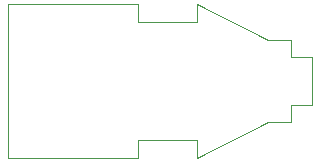
<source format=gbr>
%TF.GenerationSoftware,KiCad,Pcbnew,(5.1.6)-1*%
%TF.CreationDate,2022-09-21T11:03:18-04:00*%
%TF.ProjectId,Amiga-CR1220,416d6967-612d-4435-9231-3232302e6b69,rev?*%
%TF.SameCoordinates,Original*%
%TF.FileFunction,Profile,NP*%
%FSLAX46Y46*%
G04 Gerber Fmt 4.6, Leading zero omitted, Abs format (unit mm)*
G04 Created by KiCad (PCBNEW (5.1.6)-1) date 2022-09-21 11:03:18*
%MOMM*%
%LPD*%
G01*
G04 APERTURE LIST*
%TA.AperFunction,Profile*%
%ADD10C,0.050000*%
%TD*%
G04 APERTURE END LIST*
D10*
X163000000Y-123500000D02*
X169000000Y-120500000D01*
X162000000Y-122000000D02*
X163000000Y-122000000D01*
X163000000Y-110500000D02*
X169000000Y-113500000D01*
X162000000Y-112000000D02*
X163000000Y-112000000D01*
X163000000Y-112000000D02*
X163000000Y-110500000D01*
X158000000Y-112000000D02*
X162000000Y-112000000D01*
X163000000Y-122000000D02*
X163000000Y-123500000D01*
X158000000Y-122000000D02*
X162000000Y-122000000D01*
X158000000Y-110500000D02*
X158000000Y-112000000D01*
X158000000Y-123500000D02*
X158000000Y-122000000D01*
X156000000Y-110500000D02*
X158000000Y-110500000D01*
X156000000Y-123500000D02*
X158000000Y-123500000D01*
X171000000Y-120500000D02*
X169000000Y-120500000D01*
X171000000Y-113500000D02*
X169000000Y-113500000D01*
X171000000Y-119000000D02*
X171000000Y-120500000D01*
X172750000Y-119000000D02*
X171000000Y-119000000D01*
X171000000Y-115000000D02*
X171000000Y-113500000D01*
X172750000Y-115000000D02*
X171000000Y-115000000D01*
X172750000Y-115000000D02*
X172750000Y-119000000D01*
X147000000Y-123500000D02*
X156000000Y-123500000D01*
X147000000Y-110500000D02*
X156000000Y-110500000D01*
X147000000Y-123500000D02*
X147000000Y-110500000D01*
M02*

</source>
